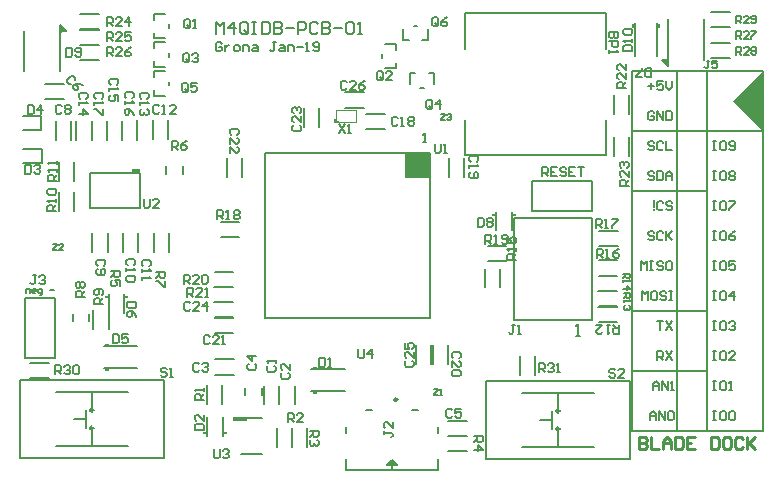
<source format=gto>
G04*
G04 #@! TF.GenerationSoftware,Altium Limited,Altium Designer,18.1.9 (240)*
G04*
G04 Layer_Color=65535*
%FSLAX24Y24*%
%MOIN*%
G70*
G01*
G75*
%ADD10C,0.0100*%
%ADD11C,0.0098*%
%ADD12C,0.0070*%
%ADD13C,0.0080*%
%ADD14C,0.0079*%
%ADD15C,0.0020*%
%ADD16C,0.0050*%
%ADD17C,0.0060*%
%ADD18R,0.0116X0.0118*%
%ADD19R,0.0119X0.0118*%
%ADD20R,0.0768X0.0787*%
%ADD21R,0.0138X0.0108*%
%ADD22R,0.0069X0.0180*%
%ADD23R,0.0180X0.0069*%
%ADD24R,0.0510X0.0150*%
%ADD25R,0.0118X0.0119*%
%ADD26R,0.0118X0.0116*%
%ADD27R,0.0310X0.0170*%
G36*
X24862Y13002D02*
Y10994D01*
X23848Y11998D01*
X24862Y13002D01*
D02*
G37*
D10*
X18070Y1655D02*
G03*
X18070Y1655I-50J0D01*
G01*
Y1055D02*
G03*
X18070Y1055I-50J0D01*
G01*
X2530Y1685D02*
G03*
X2530Y1685I-50J0D01*
G01*
X2530Y1085D02*
G03*
X2530Y1085I-50J0D01*
G01*
X20728Y803D02*
Y404D01*
X20928D01*
X20995Y470D01*
Y537D01*
X20928Y603D01*
X20728D01*
X20928D01*
X20995Y670D01*
Y737D01*
X20928Y803D01*
X20728D01*
X21128D02*
Y404D01*
X21395D01*
X21528D02*
Y670D01*
X21661Y803D01*
X21795Y670D01*
Y404D01*
Y603D01*
X21528D01*
X21928Y803D02*
Y404D01*
X22128D01*
X22195Y470D01*
Y737D01*
X22128Y803D01*
X21928D01*
X22594D02*
X22328D01*
Y404D01*
X22594D01*
X22328Y603D02*
X22461D01*
X23128Y803D02*
Y404D01*
X23328D01*
X23394Y470D01*
Y737D01*
X23328Y803D01*
X23128D01*
X23727D02*
X23594D01*
X23527Y737D01*
Y470D01*
X23594Y404D01*
X23727D01*
X23794Y470D01*
Y737D01*
X23727Y803D01*
X24194Y737D02*
X24127Y803D01*
X23994D01*
X23927Y737D01*
Y470D01*
X23994Y404D01*
X24127D01*
X24194Y470D01*
X24327Y803D02*
Y404D01*
Y537D01*
X24594Y803D01*
X24394Y603D01*
X24594Y404D01*
D11*
X12669Y2035D02*
G03*
X12669Y2035I-49J0D01*
G01*
D12*
X14908Y10188D02*
Y11369D01*
X19632Y10188D02*
Y11369D01*
Y13731D02*
Y14912D01*
X14908Y13731D02*
Y14912D01*
Y10188D02*
X19632D01*
X14908Y14912D02*
X19632D01*
X10915Y12276D02*
X11545D01*
X10915Y11764D02*
X11545D01*
X1886Y9315D02*
Y9945D01*
X1374Y9315D02*
Y9945D01*
X1886Y8325D02*
Y8955D01*
X1374Y8325D02*
Y8955D01*
X3046Y4385D02*
Y5015D01*
X2534Y4385D02*
Y5015D01*
X4544Y6945D02*
Y7575D01*
X5056Y6945D02*
Y7575D01*
X3526Y6945D02*
Y7575D01*
X3014Y6945D02*
Y7575D01*
X2986Y10705D02*
Y11335D01*
X2474Y10705D02*
Y11335D01*
X4006Y10705D02*
Y11335D01*
X3494Y10705D02*
Y11335D01*
X3496Y10705D02*
Y11335D01*
X2984Y10705D02*
Y11335D01*
X1964Y10705D02*
Y11335D01*
X2476Y10705D02*
Y11335D01*
X4004Y10715D02*
Y11345D01*
X4516Y10715D02*
Y11345D01*
X4514Y10715D02*
Y11345D01*
X5026Y10715D02*
Y11345D01*
X3016Y6945D02*
Y7575D01*
X2504Y6945D02*
Y7575D01*
X1796Y10705D02*
Y11335D01*
X1284Y10705D02*
Y11335D01*
X4546Y6945D02*
Y7575D01*
X4034Y6945D02*
Y7575D01*
X4036Y6945D02*
Y7575D01*
X3524Y6945D02*
Y7575D01*
X21630Y13269D02*
Y13349D01*
X21670Y13389D01*
X21490Y13369D02*
X21649D01*
X21490D02*
X21685Y13174D01*
Y13349D01*
X22885Y14709D02*
X22885Y13349D01*
X21685D02*
Y14709D01*
X21590Y13309D02*
X21610D01*
X1490Y14341D02*
Y14421D01*
X1450Y14301D02*
X1490Y14341D01*
X1471Y14321D02*
X1630D01*
X1435Y14516D02*
X1630Y14321D01*
X1435Y14341D02*
Y14516D01*
X235Y12981D02*
Y14341D01*
X1435Y12981D02*
Y14341D01*
X1510Y14381D02*
X1530D01*
X17420Y1355D02*
X17820D01*
Y1055D02*
Y1655D01*
X18020Y455D02*
Y1055D01*
Y1655D02*
Y2255D01*
X16820Y2255D02*
X19220Y2255D01*
X16820Y455D02*
X19220D01*
X15620Y55D02*
X20420Y55D01*
X15620Y55D02*
Y2655D01*
X20420D01*
X20420Y55D01*
X1880Y1385D02*
X2280D01*
Y1085D02*
Y1685D01*
X2480Y485D02*
Y1085D01*
X2480Y1685D02*
Y2285D01*
X1280D02*
X3680D01*
X1280Y485D02*
X3680D01*
X80Y85D02*
X4880D01*
X80D02*
Y2685D01*
X4880D01*
Y85D02*
Y2685D01*
X23125Y14444D02*
X23755D01*
X23125Y14956D02*
X23755D01*
X23125Y13424D02*
X23755D01*
X23125Y13936D02*
X23755D01*
X23125Y13934D02*
X23755D01*
X23125Y14446D02*
X23755D01*
X2095Y13354D02*
X2725D01*
X2095Y13866D02*
X2725D01*
X2095Y13864D02*
X2725D01*
X2095Y14376D02*
X2725D01*
X2095Y14374D02*
X2725D01*
X2095Y14886D02*
X2725D01*
X16754Y2855D02*
Y3485D01*
X17266Y2855D02*
Y3485D01*
X415Y3266D02*
X1045D01*
X415Y2754D02*
X1045D01*
X12262Y13077D02*
X12636Y13077D01*
X12636Y13077D02*
Y13273D01*
X12636Y13707D02*
Y13903D01*
X12144Y13431D02*
Y13549D01*
X12262Y13903D02*
X12636Y13903D01*
X4564Y14903D02*
X4938Y14903D01*
X4564Y14707D02*
Y14903D01*
X4564Y14077D02*
Y14273D01*
X5056Y14431D02*
Y14549D01*
X4564Y14077D02*
X4938Y14077D01*
X13903Y12552D02*
X13903Y12926D01*
X13707Y12926D02*
X13903D01*
X13077Y12926D02*
X13273D01*
X13431Y12434D02*
X13549D01*
X13077Y12552D02*
X13077Y12926D01*
X4564Y13943D02*
X4938Y13943D01*
X4564Y13747D02*
Y13943D01*
X4564Y13117D02*
Y13313D01*
X5056Y13471D02*
Y13589D01*
X4564Y13117D02*
X4938Y13117D01*
X12857Y14014D02*
X12857Y14388D01*
X12857Y14014D02*
X13053D01*
X13487Y14014D02*
X13683D01*
X13211Y14506D02*
X13329D01*
X13683Y14014D02*
X13683Y14388D01*
X4564Y12993D02*
X4938Y12993D01*
X4564Y12797D02*
Y12993D01*
X4564Y12167D02*
Y12363D01*
X5056Y12521D02*
Y12639D01*
X4564Y12167D02*
X4938Y12167D01*
X9554Y11115D02*
Y11745D01*
X10066Y11115D02*
Y11745D01*
X6994Y9454D02*
Y10084D01*
X7506Y9454D02*
Y10084D01*
X6575Y4264D02*
X7205D01*
X6575Y4776D02*
X7205D01*
X14366Y3225D02*
Y3855D01*
X13854Y3225D02*
Y3855D01*
X14896Y9455D02*
Y10085D01*
X14384Y9455D02*
Y10085D01*
X11625Y11566D02*
X12255D01*
X11625Y11054D02*
X12255D01*
X19375Y5644D02*
X20005D01*
X19375Y6156D02*
X20005D01*
X19365Y5134D02*
X19995D01*
X19365Y5646D02*
X19995D01*
X19375Y4634D02*
X20005D01*
X19375Y5146D02*
X20005D01*
X16086Y5775D02*
Y6405D01*
X15574Y5775D02*
Y6405D01*
X19375Y6676D02*
X20005D01*
X19375Y6164D02*
X20005D01*
X6575Y4774D02*
X7205D01*
X6575Y5286D02*
X7205D01*
X13284Y3225D02*
Y3855D01*
X13796Y3225D02*
Y3855D01*
X19395Y7144D02*
X20025D01*
X19395Y7656D02*
X20025D01*
X8244Y4744D02*
X13756D01*
X8244D02*
Y10256D01*
X13756D01*
Y4744D02*
Y10256D01*
X12968Y9469D02*
X13756D01*
X12968D02*
Y10256D01*
X6775Y7966D02*
X7405D01*
X6775Y7454D02*
X7405D01*
X15675Y6644D02*
X16305D01*
X15675Y7156D02*
X16305D01*
X15964Y7675D02*
Y8305D01*
X16476Y7675D02*
Y8305D01*
X6565Y5796D02*
X7195Y5796D01*
X6565Y5284D02*
X7195D01*
X6575Y6306D02*
X7205D01*
X6575Y5794D02*
X7205D01*
X20500Y3000D02*
X23000D01*
X20500Y5000D02*
X23000D01*
X20500Y9000D02*
X23000D01*
X20482Y1000D02*
Y13000D01*
X20500Y1000D02*
X24862D01*
X22000D02*
Y13000D01*
X20500Y13000D02*
X24862Y13002D01*
X20500Y11000D02*
X24862D01*
X23000Y1000D02*
Y13000D01*
X24862Y1000D02*
Y13002D01*
X20406Y10165D02*
Y10795D01*
X19894Y10165D02*
Y10795D01*
Y11565D02*
Y12195D01*
X20406Y11565D02*
Y12195D01*
X8214Y1875D02*
Y2505D01*
X8726Y1875D02*
Y2505D01*
X9156Y445D02*
Y1075D01*
X8644Y445D02*
Y1075D01*
X6585Y2874D02*
X7215D01*
X6585Y3386D02*
X7215D01*
X6836Y1885D02*
Y2515D01*
X6324Y1885D02*
Y2515D01*
X9246Y1875D02*
Y2505D01*
X8734Y1875D02*
Y2505D01*
X12381Y-72D02*
X12560D01*
X12313Y-140D02*
X12667D01*
X12490Y38D02*
X12667Y-140D01*
X12313D02*
X12490Y38D01*
Y-307D02*
Y38D01*
X12560Y-72D02*
X12569Y-81D01*
X10955Y-323D02*
X14025D01*
X10955Y-317D02*
Y51D01*
X14025Y-323D02*
Y51D01*
Y940D02*
Y1137D01*
X13159Y1688D02*
X13360D01*
X10955Y940D02*
Y1137D01*
X11620Y1688D02*
X11821D01*
X9666Y445D02*
Y1075D01*
X9154Y445D02*
Y1075D01*
X6846Y815D02*
Y1445D01*
X6334Y815D02*
Y1445D01*
X14365Y826D02*
X14995D01*
X14365Y314D02*
X14995D01*
X14365Y1336D02*
X14995D01*
X14365Y824D02*
X14995D01*
X935Y12054D02*
X1565D01*
X935Y12566D02*
X1565D01*
X3054Y4915D02*
Y5545D01*
X3566Y4915D02*
Y5545D01*
X6620Y14210D02*
Y14610D01*
X6753Y14477D01*
X6887Y14610D01*
Y14210D01*
X7220D02*
Y14610D01*
X7020Y14410D01*
X7286D01*
X7686Y14277D02*
Y14543D01*
X7620Y14610D01*
X7486D01*
X7420Y14543D01*
Y14277D01*
X7486Y14210D01*
X7620D01*
X7553Y14343D02*
X7686Y14210D01*
X7620D02*
X7686Y14277D01*
X7820Y14610D02*
X7953D01*
X7886D01*
Y14210D01*
X7820D01*
X7953D01*
X8153Y14610D02*
Y14210D01*
X8353D01*
X8419Y14277D01*
Y14543D01*
X8353Y14610D01*
X8153D01*
X8553D02*
Y14210D01*
X8753D01*
X8819Y14277D01*
Y14343D01*
X8753Y14410D01*
X8553D01*
X8753D01*
X8819Y14477D01*
Y14543D01*
X8753Y14610D01*
X8553D01*
X8953Y14410D02*
X9219D01*
X9352Y14210D02*
Y14610D01*
X9552D01*
X9619Y14543D01*
Y14410D01*
X9552Y14343D01*
X9352D01*
X10019Y14543D02*
X9952Y14610D01*
X9819D01*
X9752Y14543D01*
Y14277D01*
X9819Y14210D01*
X9952D01*
X10019Y14277D01*
X10152Y14610D02*
Y14210D01*
X10352D01*
X10419Y14277D01*
Y14343D01*
X10352Y14410D01*
X10152D01*
X10352D01*
X10419Y14477D01*
Y14543D01*
X10352Y14610D01*
X10152D01*
X10552Y14410D02*
X10819D01*
X10952Y14543D02*
X11019Y14610D01*
X11152D01*
X11219Y14543D01*
Y14277D01*
X11152Y14210D01*
X11019D01*
X10952Y14277D01*
Y14543D01*
X11352Y14210D02*
X11485D01*
X11418D01*
Y14610D01*
X11352Y14543D01*
X6820Y13900D02*
X6770Y13950D01*
X6670D01*
X6620Y13900D01*
Y13700D01*
X6670Y13650D01*
X6770D01*
X6820Y13700D01*
Y13800D01*
X6720D01*
X6920Y13850D02*
Y13650D01*
Y13750D01*
X6970Y13800D01*
X7020Y13850D01*
X7070D01*
X7270Y13650D02*
X7370D01*
X7420Y13700D01*
Y13800D01*
X7370Y13850D01*
X7270D01*
X7220Y13800D01*
Y13700D01*
X7270Y13650D01*
X7520D02*
Y13850D01*
X7670D01*
X7720Y13800D01*
Y13650D01*
X7870Y13850D02*
X7970D01*
X8020Y13800D01*
Y13650D01*
X7870D01*
X7820Y13700D01*
X7870Y13750D01*
X8020D01*
X8619Y13950D02*
X8519D01*
X8569D01*
Y13700D01*
X8519Y13650D01*
X8469D01*
X8419Y13700D01*
X8769Y13850D02*
X8869D01*
X8919Y13800D01*
Y13650D01*
X8769D01*
X8719Y13700D01*
X8769Y13750D01*
X8919D01*
X9019Y13650D02*
Y13850D01*
X9169D01*
X9219Y13800D01*
Y13650D01*
X9319Y13800D02*
X9519D01*
X9619Y13650D02*
X9719D01*
X9669D01*
Y13950D01*
X9619Y13900D01*
X9869Y13700D02*
X9919Y13650D01*
X10019D01*
X10069Y13700D01*
Y13900D01*
X10019Y13950D01*
X9919D01*
X9869Y13900D01*
Y13850D01*
X9919Y13800D01*
X10069D01*
X23174Y10642D02*
X23274D01*
X23224D01*
Y10343D01*
X23174D01*
X23274D01*
X23574Y10642D02*
X23474D01*
X23424Y10592D01*
Y10393D01*
X23474Y10343D01*
X23574D01*
X23624Y10393D01*
Y10592D01*
X23574Y10642D01*
X23724Y10393D02*
X23774Y10343D01*
X23874D01*
X23924Y10393D01*
Y10592D01*
X23874Y10642D01*
X23774D01*
X23724Y10592D01*
Y10542D01*
X23774Y10492D01*
X23924D01*
X23174Y9642D02*
X23274D01*
X23224D01*
Y9343D01*
X23174D01*
X23274D01*
X23574Y9642D02*
X23474D01*
X23424Y9592D01*
Y9392D01*
X23474Y9343D01*
X23574D01*
X23624Y9392D01*
Y9592D01*
X23574Y9642D01*
X23724Y9592D02*
X23774Y9642D01*
X23874D01*
X23924Y9592D01*
Y9542D01*
X23874Y9492D01*
X23924Y9442D01*
Y9392D01*
X23874Y9343D01*
X23774D01*
X23724Y9392D01*
Y9442D01*
X23774Y9492D01*
X23724Y9542D01*
Y9592D01*
X23774Y9492D02*
X23874D01*
X23174Y8642D02*
X23274D01*
X23224D01*
Y8343D01*
X23174D01*
X23274D01*
X23574Y8642D02*
X23474D01*
X23424Y8592D01*
Y8393D01*
X23474Y8343D01*
X23574D01*
X23624Y8393D01*
Y8592D01*
X23574Y8642D01*
X23724D02*
X23924D01*
Y8592D01*
X23724Y8393D01*
Y8343D01*
X23174Y7642D02*
X23274D01*
X23224D01*
Y7343D01*
X23174D01*
X23274D01*
X23574Y7642D02*
X23474D01*
X23424Y7592D01*
Y7393D01*
X23474Y7343D01*
X23574D01*
X23624Y7393D01*
Y7592D01*
X23574Y7642D01*
X23924D02*
X23824Y7592D01*
X23724Y7492D01*
Y7393D01*
X23774Y7343D01*
X23874D01*
X23924Y7393D01*
Y7442D01*
X23874Y7492D01*
X23724D01*
X23174Y6642D02*
X23274D01*
X23224D01*
Y6343D01*
X23174D01*
X23274D01*
X23574Y6642D02*
X23474D01*
X23424Y6592D01*
Y6392D01*
X23474Y6343D01*
X23574D01*
X23624Y6392D01*
Y6592D01*
X23574Y6642D01*
X23924D02*
X23724D01*
Y6492D01*
X23824Y6542D01*
X23874D01*
X23924Y6492D01*
Y6392D01*
X23874Y6343D01*
X23774D01*
X23724Y6392D01*
X23174Y5642D02*
X23274D01*
X23224D01*
Y5343D01*
X23174D01*
X23274D01*
X23574Y5642D02*
X23474D01*
X23424Y5592D01*
Y5393D01*
X23474Y5343D01*
X23574D01*
X23624Y5393D01*
Y5592D01*
X23574Y5642D01*
X23874Y5343D02*
Y5642D01*
X23724Y5492D01*
X23924D01*
X23174Y4642D02*
X23274D01*
X23224D01*
Y4343D01*
X23174D01*
X23274D01*
X23574Y4642D02*
X23474D01*
X23424Y4592D01*
Y4392D01*
X23474Y4343D01*
X23574D01*
X23624Y4392D01*
Y4592D01*
X23574Y4642D01*
X23724Y4592D02*
X23774Y4642D01*
X23874D01*
X23924Y4592D01*
Y4542D01*
X23874Y4492D01*
X23824D01*
X23874D01*
X23924Y4442D01*
Y4392D01*
X23874Y4343D01*
X23774D01*
X23724Y4392D01*
X23174Y3642D02*
X23274D01*
X23224D01*
Y3343D01*
X23174D01*
X23274D01*
X23574Y3642D02*
X23474D01*
X23424Y3592D01*
Y3392D01*
X23474Y3343D01*
X23574D01*
X23624Y3392D01*
Y3592D01*
X23574Y3642D01*
X23924Y3343D02*
X23724D01*
X23924Y3542D01*
Y3592D01*
X23874Y3642D01*
X23774D01*
X23724Y3592D01*
X23174Y2642D02*
X23274D01*
X23224D01*
Y2343D01*
X23174D01*
X23274D01*
X23574Y2642D02*
X23474D01*
X23424Y2592D01*
Y2393D01*
X23474Y2343D01*
X23574D01*
X23624Y2393D01*
Y2592D01*
X23574Y2642D01*
X23724Y2343D02*
X23824D01*
X23774D01*
Y2642D01*
X23724Y2592D01*
X23174Y1642D02*
X23274D01*
X23224D01*
Y1343D01*
X23174D01*
X23274D01*
X23574Y1642D02*
X23474D01*
X23424Y1592D01*
Y1392D01*
X23474Y1343D01*
X23574D01*
X23624Y1392D01*
Y1592D01*
X23574Y1642D01*
X23724Y1592D02*
X23774Y1642D01*
X23874D01*
X23924Y1592D01*
Y1392D01*
X23874Y1343D01*
X23774D01*
X23724Y1392D01*
Y1592D01*
X21037Y12492D02*
X21237D01*
X21137Y12592D02*
Y12392D01*
X21537Y12642D02*
X21337D01*
Y12492D01*
X21437Y12542D01*
X21487D01*
X21537Y12492D01*
Y12392D01*
X21487Y12343D01*
X21387D01*
X21337Y12392D01*
X21637Y12642D02*
Y12442D01*
X21737Y12343D01*
X21837Y12442D01*
Y12642D01*
X21237Y11592D02*
X21187Y11642D01*
X21087D01*
X21037Y11592D01*
Y11393D01*
X21087Y11343D01*
X21187D01*
X21237Y11393D01*
Y11492D01*
X21137D01*
X21337Y11343D02*
Y11642D01*
X21537Y11343D01*
Y11642D01*
X21637D02*
Y11343D01*
X21787D01*
X21837Y11393D01*
Y11592D01*
X21787Y11642D01*
X21637D01*
X21237Y10592D02*
X21187Y10642D01*
X21087D01*
X21037Y10592D01*
Y10542D01*
X21087Y10492D01*
X21187D01*
X21237Y10442D01*
Y10393D01*
X21187Y10343D01*
X21087D01*
X21037Y10393D01*
X21537Y10592D02*
X21487Y10642D01*
X21387D01*
X21337Y10592D01*
Y10393D01*
X21387Y10343D01*
X21487D01*
X21537Y10393D01*
X21637Y10642D02*
Y10343D01*
X21837D01*
X21237Y9592D02*
X21187Y9642D01*
X21087D01*
X21037Y9592D01*
Y9542D01*
X21087Y9492D01*
X21187D01*
X21237Y9442D01*
Y9392D01*
X21187Y9343D01*
X21087D01*
X21037Y9392D01*
X21337Y9642D02*
Y9343D01*
X21487D01*
X21537Y9392D01*
Y9592D01*
X21487Y9642D01*
X21337D01*
X21637Y9343D02*
Y9542D01*
X21737Y9642D01*
X21837Y9542D01*
Y9343D01*
Y9492D01*
X21637D01*
X21237Y8442D02*
Y8692D01*
Y8393D02*
Y8343D01*
X21537Y8592D02*
X21487Y8642D01*
X21387D01*
X21337Y8592D01*
Y8393D01*
X21387Y8343D01*
X21487D01*
X21537Y8393D01*
X21837Y8592D02*
X21787Y8642D01*
X21687D01*
X21637Y8592D01*
Y8542D01*
X21687Y8492D01*
X21787D01*
X21837Y8442D01*
Y8393D01*
X21787Y8343D01*
X21687D01*
X21637Y8393D01*
X21237Y7592D02*
X21187Y7642D01*
X21087D01*
X21037Y7592D01*
Y7542D01*
X21087Y7492D01*
X21187D01*
X21237Y7442D01*
Y7393D01*
X21187Y7343D01*
X21087D01*
X21037Y7393D01*
X21537Y7592D02*
X21487Y7642D01*
X21387D01*
X21337Y7592D01*
Y7393D01*
X21387Y7343D01*
X21487D01*
X21537Y7393D01*
X21637Y7642D02*
Y7343D01*
Y7442D01*
X21837Y7642D01*
X21687Y7492D01*
X21837Y7343D01*
X20787Y6343D02*
Y6642D01*
X20887Y6542D01*
X20987Y6642D01*
Y6343D01*
X21087Y6642D02*
X21187D01*
X21137D01*
Y6343D01*
X21087D01*
X21187D01*
X21537Y6592D02*
X21487Y6642D01*
X21387D01*
X21337Y6592D01*
Y6542D01*
X21387Y6492D01*
X21487D01*
X21537Y6442D01*
Y6392D01*
X21487Y6343D01*
X21387D01*
X21337Y6392D01*
X21787Y6642D02*
X21687D01*
X21637Y6592D01*
Y6392D01*
X21687Y6343D01*
X21787D01*
X21837Y6392D01*
Y6592D01*
X21787Y6642D01*
X20837Y5343D02*
Y5642D01*
X20937Y5542D01*
X21037Y5642D01*
Y5343D01*
X21287Y5642D02*
X21187D01*
X21137Y5592D01*
Y5393D01*
X21187Y5343D01*
X21287D01*
X21337Y5393D01*
Y5592D01*
X21287Y5642D01*
X21637Y5592D02*
X21587Y5642D01*
X21487D01*
X21437Y5592D01*
Y5542D01*
X21487Y5492D01*
X21587D01*
X21637Y5442D01*
Y5393D01*
X21587Y5343D01*
X21487D01*
X21437Y5393D01*
X21737Y5642D02*
X21837D01*
X21787D01*
Y5343D01*
X21737D01*
X21837D01*
X21337Y4642D02*
X21537D01*
X21437D01*
Y4343D01*
X21637Y4642D02*
X21837Y4343D01*
Y4642D02*
X21637Y4343D01*
X21337Y3343D02*
Y3642D01*
X21487D01*
X21537Y3592D01*
Y3492D01*
X21487Y3442D01*
X21337D01*
X21437D02*
X21537Y3343D01*
X21637Y3642D02*
X21837Y3343D01*
Y3642D02*
X21637Y3343D01*
X21187Y2343D02*
Y2542D01*
X21287Y2642D01*
X21387Y2542D01*
Y2343D01*
Y2492D01*
X21187D01*
X21487Y2343D02*
Y2642D01*
X21687Y2343D01*
Y2642D01*
X21787Y2343D02*
X21887D01*
X21837D01*
Y2642D01*
X21787Y2592D01*
X21087Y1343D02*
Y1542D01*
X21187Y1642D01*
X21287Y1542D01*
Y1343D01*
Y1492D01*
X21087D01*
X21387Y1343D02*
Y1642D01*
X21587Y1343D01*
Y1642D01*
X21687Y1592D02*
X21737Y1642D01*
X21837D01*
X21887Y1592D01*
Y1392D01*
X21837Y1343D01*
X21737D01*
X21687Y1392D01*
Y1592D01*
D13*
X270Y3420D02*
X1270D01*
X270D02*
Y5420D01*
X1270D01*
Y3420D02*
Y5420D01*
X21316Y14359D02*
X21316Y14398D01*
X21316Y13484D02*
X21316Y14604D01*
X20606Y13484D02*
Y14604D01*
X19150Y8330D02*
Y9330D01*
X17150Y8330D02*
X19150D01*
X17150D02*
Y9330D01*
X19150D01*
X20500Y5000D02*
X23000D01*
X7464Y216D02*
X8173D01*
X7464Y1436D02*
X8173D01*
X9806Y2336D02*
X10926D01*
X9806Y3046D02*
X10926Y3046D01*
X10012Y3046D02*
X10051Y3046D01*
X2886Y3106D02*
X4006D01*
X2886Y3816D02*
X4006Y3816D01*
X3092Y3816D02*
X3131Y3816D01*
D14*
X16558Y4678D02*
X19157D01*
Y8103D01*
X16558Y4678D02*
Y8103D01*
X19157D01*
X8147Y2196D02*
Y2432D01*
X7596Y2196D02*
Y2432D01*
X4973Y9573D02*
Y9809D01*
X5524Y9573D02*
Y9809D01*
X2397Y4656D02*
Y4892D01*
X1846Y4656D02*
Y4892D01*
X18620Y4150D02*
X18751D01*
X18686D01*
Y4544D01*
X18620Y4478D01*
D15*
X11281Y11303D02*
Y11697D01*
X10619Y11303D02*
X11281Y11303D01*
X10619Y11697D02*
X11281D01*
X10619Y11303D02*
Y11697D01*
D16*
X180Y11490D02*
X800D01*
X800Y11030D02*
X800Y11490D01*
X180Y11030D02*
X800D01*
X190Y10395D02*
X810D01*
X810Y9935D02*
X810Y10395D01*
X190Y9935D02*
X810D01*
X2410Y8420D02*
X4090D01*
Y9580D01*
X2410Y8420D02*
Y9580D01*
X4090D01*
X290Y5590D02*
Y5723D01*
X390D01*
X423Y5690D01*
Y5590D01*
X590D02*
X523D01*
X490Y5623D01*
Y5690D01*
X523Y5723D01*
X590D01*
X623Y5690D01*
Y5657D01*
X490D01*
X757Y5523D02*
X790D01*
X823Y5557D01*
Y5723D01*
X723D01*
X690Y5690D01*
Y5623D01*
X723Y5590D01*
X823D01*
X1090Y5690D02*
X1223D01*
D17*
X13530Y10620D02*
X13630D01*
X13580D01*
Y10920D01*
X13530Y10870D01*
X14120Y11560D02*
X14253D01*
Y11527D01*
X14120Y11393D01*
Y11360D01*
X14253D01*
X14320Y11527D02*
X14353Y11560D01*
X14420D01*
X14453Y11527D01*
Y11493D01*
X14420Y11460D01*
X14387D01*
X14420D01*
X14453Y11427D01*
Y11393D01*
X14420Y11360D01*
X14353D01*
X14320Y11393D01*
X1180Y7220D02*
X1313D01*
Y7187D01*
X1180Y7053D01*
Y7020D01*
X1313D01*
X1513D02*
X1380D01*
X1513Y7153D01*
Y7187D01*
X1480Y7220D01*
X1413D01*
X1380Y7187D01*
X13900Y2390D02*
X14033D01*
Y2357D01*
X13900Y2223D01*
Y2190D01*
X14033D01*
X14100D02*
X14167D01*
X14133D01*
Y2390D01*
X14100Y2357D01*
X10710Y11210D02*
X10910Y10910D01*
Y11210D02*
X10710Y10910D01*
X11010D02*
X11110D01*
X11060D01*
Y11210D01*
X11010Y11160D01*
X11360Y3720D02*
Y3470D01*
X11410Y3420D01*
X11510D01*
X11560Y3470D01*
Y3720D01*
X11810Y3420D02*
Y3720D01*
X11660Y3570D01*
X11860D01*
X6550Y390D02*
Y140D01*
X6600Y90D01*
X6700D01*
X6750Y140D01*
Y390D01*
X6850Y340D02*
X6900Y390D01*
X7000D01*
X7050Y340D01*
Y290D01*
X7000Y240D01*
X6950D01*
X7000D01*
X7050Y190D01*
Y140D01*
X7000Y90D01*
X6900D01*
X6850Y140D01*
X4210Y8740D02*
Y8490D01*
X4260Y8440D01*
X4360D01*
X4410Y8490D01*
Y8740D01*
X4710Y8440D02*
X4510D01*
X4710Y8640D01*
Y8690D01*
X4660Y8740D01*
X4560D01*
X4510Y8690D01*
X13920Y10560D02*
Y10310D01*
X13970Y10260D01*
X14070D01*
X14120Y10310D01*
Y10560D01*
X14220Y10260D02*
X14320D01*
X14270D01*
Y10560D01*
X14220Y10510D01*
X19940Y3020D02*
X19890Y3070D01*
X19790D01*
X19740Y3020D01*
Y2970D01*
X19790Y2920D01*
X19890D01*
X19940Y2870D01*
Y2820D01*
X19890Y2770D01*
X19790D01*
X19740Y2820D01*
X20240Y2770D02*
X20040D01*
X20240Y2970D01*
Y3020D01*
X20190Y3070D01*
X20090D01*
X20040Y3020D01*
X4990Y3050D02*
X4940Y3100D01*
X4840D01*
X4790Y3050D01*
Y3000D01*
X4840Y2950D01*
X4940D01*
X4990Y2900D01*
Y2850D01*
X4940Y2800D01*
X4840D01*
X4790Y2850D01*
X5090Y2800D02*
X5190D01*
X5140D01*
Y3100D01*
X5090Y3050D01*
X17380Y2950D02*
Y3250D01*
X17530D01*
X17580Y3200D01*
Y3100D01*
X17530Y3050D01*
X17380D01*
X17480D02*
X17580Y2950D01*
X17680Y3200D02*
X17730Y3250D01*
X17830D01*
X17880Y3200D01*
Y3150D01*
X17830Y3100D01*
X17780D01*
X17830D01*
X17880Y3050D01*
Y3000D01*
X17830Y2950D01*
X17730D01*
X17680Y3000D01*
X17980Y2950D02*
X18080D01*
X18030D01*
Y3250D01*
X17980Y3200D01*
X1260Y2890D02*
Y3190D01*
X1410D01*
X1460Y3140D01*
Y3040D01*
X1410Y2990D01*
X1260D01*
X1360D02*
X1460Y2890D01*
X1560Y3140D02*
X1610Y3190D01*
X1710D01*
X1760Y3140D01*
Y3090D01*
X1710Y3040D01*
X1660D01*
X1710D01*
X1760Y2990D01*
Y2940D01*
X1710Y2890D01*
X1610D01*
X1560Y2940D01*
X1860Y3140D02*
X1910Y3190D01*
X2010D01*
X2060Y3140D01*
Y2940D01*
X2010Y2890D01*
X1910D01*
X1860Y2940D01*
Y3140D01*
X23960Y14590D02*
Y14840D01*
X24085D01*
X24127Y14798D01*
Y14715D01*
X24085Y14673D01*
X23960D01*
X24043D02*
X24127Y14590D01*
X24377D02*
X24210D01*
X24377Y14757D01*
Y14798D01*
X24335Y14840D01*
X24252D01*
X24210Y14798D01*
X24460Y14632D02*
X24501Y14590D01*
X24585D01*
X24626Y14632D01*
Y14798D01*
X24585Y14840D01*
X24501D01*
X24460Y14798D01*
Y14757D01*
X24501Y14715D01*
X24626D01*
X23970Y13540D02*
Y13790D01*
X24095D01*
X24137Y13748D01*
Y13665D01*
X24095Y13623D01*
X23970D01*
X24053D02*
X24137Y13540D01*
X24387D02*
X24220D01*
X24387Y13707D01*
Y13748D01*
X24345Y13790D01*
X24262D01*
X24220Y13748D01*
X24470D02*
X24511Y13790D01*
X24595D01*
X24636Y13748D01*
Y13707D01*
X24595Y13665D01*
X24636Y13623D01*
Y13582D01*
X24595Y13540D01*
X24511D01*
X24470Y13582D01*
Y13623D01*
X24511Y13665D01*
X24470Y13707D01*
Y13748D01*
X24511Y13665D02*
X24595D01*
X23960Y14070D02*
Y14320D01*
X24085D01*
X24127Y14278D01*
Y14195D01*
X24085Y14153D01*
X23960D01*
X24043D02*
X24127Y14070D01*
X24377D02*
X24210D01*
X24377Y14237D01*
Y14278D01*
X24335Y14320D01*
X24252D01*
X24210Y14278D01*
X24460Y14320D02*
X24626D01*
Y14278D01*
X24460Y14112D01*
Y14070D01*
X2980Y13480D02*
Y13780D01*
X3130D01*
X3180Y13730D01*
Y13630D01*
X3130Y13580D01*
X2980D01*
X3080D02*
X3180Y13480D01*
X3480D02*
X3280D01*
X3480Y13680D01*
Y13730D01*
X3430Y13780D01*
X3330D01*
X3280Y13730D01*
X3780Y13780D02*
X3680Y13730D01*
X3580Y13630D01*
Y13530D01*
X3630Y13480D01*
X3730D01*
X3780Y13530D01*
Y13580D01*
X3730Y13630D01*
X3580D01*
X2990Y13990D02*
Y14290D01*
X3140D01*
X3190Y14240D01*
Y14140D01*
X3140Y14090D01*
X2990D01*
X3090D02*
X3190Y13990D01*
X3490D02*
X3290D01*
X3490Y14190D01*
Y14240D01*
X3440Y14290D01*
X3340D01*
X3290Y14240D01*
X3790Y14290D02*
X3590D01*
Y14140D01*
X3690Y14190D01*
X3740D01*
X3790Y14140D01*
Y14040D01*
X3740Y13990D01*
X3640D01*
X3590Y14040D01*
X2990Y14480D02*
Y14780D01*
X3140D01*
X3190Y14730D01*
Y14630D01*
X3140Y14580D01*
X2990D01*
X3090D02*
X3190Y14480D01*
X3490D02*
X3290D01*
X3490Y14680D01*
Y14730D01*
X3440Y14780D01*
X3340D01*
X3290Y14730D01*
X3740Y14480D02*
Y14780D01*
X3590Y14630D01*
X3790D01*
X20380Y9160D02*
X20080D01*
Y9310D01*
X20130Y9360D01*
X20230D01*
X20280Y9310D01*
Y9160D01*
Y9260D02*
X20380Y9360D01*
Y9660D02*
Y9460D01*
X20180Y9660D01*
X20130D01*
X20080Y9610D01*
Y9510D01*
X20130Y9460D01*
Y9760D02*
X20080Y9810D01*
Y9910D01*
X20130Y9960D01*
X20180D01*
X20230Y9910D01*
Y9860D01*
Y9910D01*
X20280Y9960D01*
X20330D01*
X20380Y9910D01*
Y9810D01*
X20330Y9760D01*
X20300Y12410D02*
X20000D01*
Y12560D01*
X20050Y12610D01*
X20150D01*
X20200Y12560D01*
Y12410D01*
Y12510D02*
X20300Y12610D01*
Y12910D02*
Y12710D01*
X20100Y12910D01*
X20050D01*
X20000Y12860D01*
Y12760D01*
X20050Y12710D01*
X20300Y13210D02*
Y13010D01*
X20100Y13210D01*
X20050D01*
X20000Y13160D01*
Y13060D01*
X20050Y13010D01*
X5670Y5470D02*
Y5770D01*
X5820D01*
X5870Y5720D01*
Y5620D01*
X5820Y5570D01*
X5670D01*
X5770D02*
X5870Y5470D01*
X6170D02*
X5970D01*
X6170Y5670D01*
Y5720D01*
X6120Y5770D01*
X6020D01*
X5970Y5720D01*
X6270Y5470D02*
X6370D01*
X6320D01*
Y5770D01*
X6270Y5720D01*
X5550Y5900D02*
Y6200D01*
X5700D01*
X5750Y6150D01*
Y6050D01*
X5700Y6000D01*
X5550D01*
X5650D02*
X5750Y5900D01*
X6050D02*
X5850D01*
X6050Y6100D01*
Y6150D01*
X6000Y6200D01*
X5900D01*
X5850Y6150D01*
X6150D02*
X6200Y6200D01*
X6300D01*
X6350Y6150D01*
Y5950D01*
X6300Y5900D01*
X6200D01*
X6150Y5950D01*
Y6150D01*
X15600Y7230D02*
Y7530D01*
X15750D01*
X15800Y7480D01*
Y7380D01*
X15750Y7330D01*
X15600D01*
X15700D02*
X15800Y7230D01*
X15900D02*
X16000D01*
X15950D01*
Y7530D01*
X15900Y7480D01*
X16150Y7280D02*
X16200Y7230D01*
X16300D01*
X16350Y7280D01*
Y7480D01*
X16300Y7530D01*
X16200D01*
X16150Y7480D01*
Y7430D01*
X16200Y7380D01*
X16350D01*
X6670Y8050D02*
Y8350D01*
X6820D01*
X6870Y8300D01*
Y8200D01*
X6820Y8150D01*
X6670D01*
X6770D02*
X6870Y8050D01*
X6970D02*
X7070D01*
X7020D01*
Y8350D01*
X6970Y8300D01*
X7220D02*
X7270Y8350D01*
X7370D01*
X7420Y8300D01*
Y8250D01*
X7370Y8200D01*
X7420Y8150D01*
Y8100D01*
X7370Y8050D01*
X7270D01*
X7220Y8100D01*
Y8150D01*
X7270Y8200D01*
X7220Y8250D01*
Y8300D01*
X7270Y8200D02*
X7370D01*
X19290Y7770D02*
Y8070D01*
X19440D01*
X19490Y8020D01*
Y7920D01*
X19440Y7870D01*
X19290D01*
X19390D02*
X19490Y7770D01*
X19590D02*
X19690D01*
X19640D01*
Y8070D01*
X19590Y8020D01*
X19840Y8070D02*
X20040D01*
Y8020D01*
X19840Y7820D01*
Y7770D01*
X19320Y6760D02*
Y7060D01*
X19470D01*
X19520Y7010D01*
Y6910D01*
X19470Y6860D01*
X19320D01*
X19420D02*
X19520Y6760D01*
X19620D02*
X19720D01*
X19670D01*
Y7060D01*
X19620Y7010D01*
X20070Y7060D02*
X19970Y7010D01*
X19870Y6910D01*
Y6810D01*
X19920Y6760D01*
X20020D01*
X20070Y6810D01*
Y6860D01*
X20020Y6910D01*
X19870D01*
X16630Y6700D02*
X16330D01*
Y6850D01*
X16380Y6900D01*
X16480D01*
X16530Y6850D01*
Y6700D01*
Y6800D02*
X16630Y6900D01*
Y7000D02*
Y7100D01*
Y7050D01*
X16330D01*
X16380Y7000D01*
X16330Y7450D02*
Y7250D01*
X16480D01*
X16430Y7350D01*
Y7400D01*
X16480Y7450D01*
X16580D01*
X16630Y7400D01*
Y7300D01*
X16580Y7250D01*
X20200Y6240D02*
X20420D01*
Y6130D01*
X20383Y6093D01*
X20310D01*
X20273Y6130D01*
Y6240D01*
Y6167D02*
X20200Y6093D01*
Y6020D02*
Y5947D01*
Y5983D01*
X20420D01*
X20383Y6020D01*
X20200Y5727D02*
X20420D01*
X20310Y5837D01*
Y5690D01*
X20220Y5580D02*
X20440D01*
Y5470D01*
X20403Y5433D01*
X20330D01*
X20293Y5470D01*
Y5580D01*
Y5507D02*
X20220Y5433D01*
Y5360D02*
Y5287D01*
Y5323D01*
X20440D01*
X20403Y5360D01*
Y5177D02*
X20440Y5140D01*
Y5067D01*
X20403Y5030D01*
X20367D01*
X20330Y5067D01*
Y5103D01*
Y5067D01*
X20293Y5030D01*
X20257D01*
X20220Y5067D01*
Y5140D01*
X20257Y5177D01*
X20050Y4540D02*
Y4240D01*
X19900D01*
X19850Y4290D01*
Y4390D01*
X19900Y4440D01*
X20050D01*
X19950D02*
X19850Y4540D01*
X19750D02*
X19650D01*
X19700D01*
Y4240D01*
X19750Y4290D01*
X19300Y4540D02*
X19500D01*
X19300Y4340D01*
Y4290D01*
X19350Y4240D01*
X19450D01*
X19500Y4290D01*
X1310Y9330D02*
X1010D01*
Y9480D01*
X1060Y9530D01*
X1160D01*
X1210Y9480D01*
Y9330D01*
Y9430D02*
X1310Y9530D01*
Y9630D02*
Y9730D01*
Y9680D01*
X1010D01*
X1060Y9630D01*
X1310Y9880D02*
Y9980D01*
Y9930D01*
X1010D01*
X1060Y9880D01*
X1300Y8320D02*
X1000D01*
Y8470D01*
X1050Y8520D01*
X1150D01*
X1200Y8470D01*
Y8320D01*
Y8420D02*
X1300Y8520D01*
Y8620D02*
Y8720D01*
Y8670D01*
X1000D01*
X1050Y8620D01*
Y8870D02*
X1000Y8920D01*
Y9020D01*
X1050Y9070D01*
X1250D01*
X1300Y9020D01*
Y8920D01*
X1250Y8870D01*
X1050D01*
X2860Y5220D02*
X2560D01*
Y5370D01*
X2610Y5420D01*
X2710D01*
X2760Y5370D01*
Y5220D01*
Y5320D02*
X2860Y5420D01*
X2810Y5520D02*
X2860Y5570D01*
Y5670D01*
X2810Y5720D01*
X2610D01*
X2560Y5670D01*
Y5570D01*
X2610Y5520D01*
X2660D01*
X2710Y5570D01*
Y5720D01*
X2250Y5460D02*
X1950D01*
Y5610D01*
X2000Y5660D01*
X2100D01*
X2150Y5610D01*
Y5460D01*
Y5560D02*
X2250Y5660D01*
X2000Y5760D02*
X1950Y5810D01*
Y5910D01*
X2000Y5960D01*
X2050D01*
X2100Y5910D01*
X2150Y5960D01*
X2200D01*
X2250Y5910D01*
Y5810D01*
X2200Y5760D01*
X2150D01*
X2100Y5810D01*
X2050Y5760D01*
X2000D01*
X2100Y5810D02*
Y5910D01*
X4630Y6300D02*
X4930D01*
Y6150D01*
X4880Y6100D01*
X4780D01*
X4730Y6150D01*
Y6300D01*
Y6200D02*
X4630Y6100D01*
X4930Y6000D02*
Y5800D01*
X4880D01*
X4680Y6000D01*
X4630D01*
X5150Y10360D02*
Y10660D01*
X5300D01*
X5350Y10610D01*
Y10510D01*
X5300Y10460D01*
X5150D01*
X5250D02*
X5350Y10360D01*
X5650Y10660D02*
X5550Y10610D01*
X5450Y10510D01*
Y10410D01*
X5500Y10360D01*
X5600D01*
X5650Y10410D01*
Y10460D01*
X5600Y10510D01*
X5450D01*
X3120Y6320D02*
X3420D01*
Y6170D01*
X3370Y6120D01*
X3270D01*
X3220Y6170D01*
Y6320D01*
Y6220D02*
X3120Y6120D01*
X3420Y5820D02*
Y6020D01*
X3270D01*
X3320Y5920D01*
Y5870D01*
X3270Y5820D01*
X3170D01*
X3120Y5870D01*
Y5970D01*
X3170Y6020D01*
X15210Y820D02*
X15510D01*
Y670D01*
X15460Y620D01*
X15360D01*
X15310Y670D01*
Y820D01*
Y720D02*
X15210Y620D01*
Y370D02*
X15510D01*
X15360Y520D01*
Y320D01*
X9750Y1000D02*
X10050D01*
Y850D01*
X10000Y800D01*
X9900D01*
X9850Y850D01*
Y1000D01*
Y900D02*
X9750Y800D01*
X10000Y700D02*
X10050Y650D01*
Y550D01*
X10000Y500D01*
X9950D01*
X9900Y550D01*
Y600D01*
Y550D01*
X9850Y500D01*
X9800D01*
X9750Y550D01*
Y650D01*
X9800Y700D01*
X9020Y1290D02*
Y1590D01*
X9170D01*
X9220Y1540D01*
Y1440D01*
X9170Y1390D01*
X9020D01*
X9120D02*
X9220Y1290D01*
X9520D02*
X9320D01*
X9520Y1490D01*
Y1540D01*
X9470Y1590D01*
X9370D01*
X9320Y1540D01*
X6220Y2010D02*
X5920D01*
Y2160D01*
X5970Y2210D01*
X6070D01*
X6120Y2160D01*
Y2010D01*
Y2110D02*
X6220Y2210D01*
Y2310D02*
Y2410D01*
Y2360D01*
X5920D01*
X5970Y2310D01*
X14030Y14530D02*
Y14730D01*
X13980Y14780D01*
X13880D01*
X13830Y14730D01*
Y14530D01*
X13880Y14480D01*
X13980D01*
X13930Y14580D02*
X14030Y14480D01*
X13980D02*
X14030Y14530D01*
X14330Y14780D02*
X14230Y14730D01*
X14130Y14630D01*
Y14530D01*
X14180Y14480D01*
X14280D01*
X14330Y14530D01*
Y14580D01*
X14280Y14630D01*
X14130D01*
X5680Y12350D02*
Y12550D01*
X5630Y12600D01*
X5530D01*
X5480Y12550D01*
Y12350D01*
X5530Y12300D01*
X5630D01*
X5580Y12400D02*
X5680Y12300D01*
X5630D02*
X5680Y12350D01*
X5980Y12600D02*
X5780D01*
Y12450D01*
X5880Y12500D01*
X5930D01*
X5980Y12450D01*
Y12350D01*
X5930Y12300D01*
X5830D01*
X5780Y12350D01*
X13834Y11780D02*
Y11980D01*
X13784Y12030D01*
X13684D01*
X13634Y11980D01*
Y11780D01*
X13684Y11730D01*
X13784D01*
X13734Y11830D02*
X13834Y11730D01*
X13784D02*
X13834Y11780D01*
X14084Y11730D02*
Y12030D01*
X13934Y11880D01*
X14134D01*
X5730Y13340D02*
Y13540D01*
X5680Y13590D01*
X5580D01*
X5530Y13540D01*
Y13340D01*
X5580Y13290D01*
X5680D01*
X5630Y13390D02*
X5730Y13290D01*
X5680D02*
X5730Y13340D01*
X5830Y13540D02*
X5880Y13590D01*
X5980D01*
X6030Y13540D01*
Y13490D01*
X5980Y13440D01*
X5930D01*
X5980D01*
X6030Y13390D01*
Y13340D01*
X5980Y13290D01*
X5880D01*
X5830Y13340D01*
X12184Y12730D02*
Y12930D01*
X12134Y12980D01*
X12034D01*
X11984Y12930D01*
Y12730D01*
X12034Y12680D01*
X12134D01*
X12084Y12780D02*
X12184Y12680D01*
X12134D02*
X12184Y12730D01*
X12484Y12680D02*
X12284D01*
X12484Y12880D01*
Y12930D01*
X12434Y12980D01*
X12334D01*
X12284Y12930D01*
X5760Y14470D02*
Y14670D01*
X5710Y14720D01*
X5610D01*
X5560Y14670D01*
Y14470D01*
X5610Y14420D01*
X5710D01*
X5660Y14520D02*
X5760Y14420D01*
X5710D02*
X5760Y14470D01*
X5860Y14420D02*
X5960D01*
X5910D01*
Y14720D01*
X5860Y14670D01*
X23067Y13340D02*
X22983D01*
X23025D01*
Y13132D01*
X22983Y13090D01*
X22942D01*
X22900Y13132D01*
X23317Y13340D02*
X23150D01*
Y13215D01*
X23233Y13257D01*
X23275D01*
X23317Y13215D01*
Y13132D01*
X23275Y13090D01*
X23192D01*
X23150Y13132D01*
X17500Y9480D02*
Y9780D01*
X17650D01*
X17700Y9730D01*
Y9630D01*
X17650Y9580D01*
X17500D01*
X17600D02*
X17700Y9480D01*
X18000Y9780D02*
X17800D01*
Y9480D01*
X18000D01*
X17800Y9630D02*
X17900D01*
X18300Y9730D02*
X18250Y9780D01*
X18150D01*
X18100Y9730D01*
Y9680D01*
X18150Y9630D01*
X18250D01*
X18300Y9580D01*
Y9530D01*
X18250Y9480D01*
X18150D01*
X18100Y9530D01*
X18600Y9780D02*
X18400D01*
Y9480D01*
X18600D01*
X18400Y9630D02*
X18500D01*
X18700Y9780D02*
X18900D01*
X18800D01*
Y9480D01*
X640Y6180D02*
X540D01*
X590D01*
Y5930D01*
X540Y5880D01*
X490D01*
X440Y5930D01*
X740Y6130D02*
X790Y6180D01*
X890D01*
X940Y6130D01*
Y6080D01*
X890Y6030D01*
X840D01*
X890D01*
X940Y5980D01*
Y5930D01*
X890Y5880D01*
X790D01*
X740Y5930D01*
X12220Y980D02*
Y880D01*
Y930D01*
X12470D01*
X12520Y880D01*
Y830D01*
X12470Y780D01*
X12520Y1280D02*
Y1080D01*
X12320Y1280D01*
X12270D01*
X12220Y1230D01*
Y1130D01*
X12270Y1080D01*
X16580Y4540D02*
X16480D01*
X16530D01*
Y4290D01*
X16480Y4240D01*
X16430D01*
X16380Y4290D01*
X16680Y4240D02*
X16780D01*
X16730D01*
Y4540D01*
X16680Y4490D01*
X20200Y13650D02*
X20500D01*
Y13800D01*
X20450Y13850D01*
X20250D01*
X20200Y13800D01*
Y13650D01*
X20500Y13950D02*
Y14050D01*
Y14000D01*
X20200D01*
X20250Y13950D01*
Y14200D02*
X20200Y14250D01*
Y14350D01*
X20250Y14400D01*
X20450D01*
X20500Y14350D01*
Y14250D01*
X20450Y14200D01*
X20250D01*
X1640Y13760D02*
Y13460D01*
X1790D01*
X1840Y13510D01*
Y13710D01*
X1790Y13760D01*
X1640D01*
X1940Y13510D02*
X1990Y13460D01*
X2090D01*
X2140Y13510D01*
Y13710D01*
X2090Y13760D01*
X1990D01*
X1940Y13710D01*
Y13660D01*
X1990Y13610D01*
X2140D01*
X15350Y8104D02*
Y7804D01*
X15500D01*
X15550Y7854D01*
Y8054D01*
X15500Y8104D01*
X15350D01*
X15650Y8054D02*
X15700Y8104D01*
X15800D01*
X15850Y8054D01*
Y8004D01*
X15800Y7954D01*
X15850Y7904D01*
Y7854D01*
X15800Y7804D01*
X15700D01*
X15650Y7854D01*
Y7904D01*
X15700Y7954D01*
X15650Y8004D01*
Y8054D01*
X15700Y7954D02*
X15800D01*
X21130Y12790D02*
Y13090D01*
X20980D01*
X20930Y13040D01*
Y12840D01*
X20980Y12790D01*
X21130D01*
X20830D02*
X20630D01*
Y12840D01*
X20830Y13040D01*
Y13090D01*
X3960Y5290D02*
X3660D01*
Y5140D01*
X3710Y5090D01*
X3910D01*
X3960Y5140D01*
Y5290D01*
Y4790D02*
X3910Y4890D01*
X3810Y4990D01*
X3710D01*
X3660Y4940D01*
Y4840D01*
X3710Y4790D01*
X3760D01*
X3810Y4840D01*
Y4990D01*
X3190Y4220D02*
Y3920D01*
X3340D01*
X3390Y3970D01*
Y4170D01*
X3340Y4220D01*
X3190D01*
X3690D02*
X3490D01*
Y4070D01*
X3590Y4120D01*
X3640D01*
X3690Y4070D01*
Y3970D01*
X3640Y3920D01*
X3540D01*
X3490Y3970D01*
X352Y11850D02*
Y11550D01*
X502D01*
X552Y11600D01*
Y11800D01*
X502Y11850D01*
X352D01*
X802Y11550D02*
Y11850D01*
X652Y11700D01*
X852D01*
X260Y9865D02*
Y9565D01*
X410D01*
X460Y9615D01*
Y9815D01*
X410Y9865D01*
X260D01*
X560Y9815D02*
X610Y9865D01*
X710D01*
X760Y9815D01*
Y9765D01*
X710Y9715D01*
X660D01*
X710D01*
X760Y9665D01*
Y9615D01*
X710Y9565D01*
X610D01*
X560Y9615D01*
X5920Y1030D02*
X6220D01*
Y1180D01*
X6170Y1230D01*
X5970D01*
X5920Y1180D01*
Y1030D01*
X6220Y1530D02*
Y1330D01*
X6020Y1530D01*
X5970D01*
X5920Y1480D01*
Y1380D01*
X5970Y1330D01*
X10060Y3440D02*
Y3140D01*
X10210D01*
X10260Y3190D01*
Y3390D01*
X10210Y3440D01*
X10060D01*
X10360Y3140D02*
X10460D01*
X10410D01*
Y3440D01*
X10360Y3390D01*
X10980Y12620D02*
X10930Y12670D01*
X10830D01*
X10780Y12620D01*
Y12420D01*
X10830Y12370D01*
X10930D01*
X10980Y12420D01*
X11280Y12370D02*
X11080D01*
X11280Y12570D01*
Y12620D01*
X11230Y12670D01*
X11130D01*
X11080Y12620D01*
X11580Y12670D02*
X11480Y12620D01*
X11380Y12520D01*
Y12420D01*
X11430Y12370D01*
X11530D01*
X11580Y12420D01*
Y12470D01*
X11530Y12520D01*
X11380D01*
X12960Y3330D02*
X12910Y3280D01*
Y3180D01*
X12960Y3130D01*
X13160D01*
X13210Y3180D01*
Y3280D01*
X13160Y3330D01*
X13210Y3630D02*
Y3430D01*
X13010Y3630D01*
X12960D01*
X12910Y3580D01*
Y3480D01*
X12960Y3430D01*
X12910Y3930D02*
Y3730D01*
X13060D01*
X13010Y3830D01*
Y3880D01*
X13060Y3930D01*
X13160D01*
X13210Y3880D01*
Y3780D01*
X13160Y3730D01*
X5770Y5250D02*
X5720Y5300D01*
X5620D01*
X5570Y5250D01*
Y5050D01*
X5620Y5000D01*
X5720D01*
X5770Y5050D01*
X6070Y5000D02*
X5870D01*
X6070Y5200D01*
Y5250D01*
X6020Y5300D01*
X5920D01*
X5870Y5250D01*
X6320Y5000D02*
Y5300D01*
X6170Y5150D01*
X6370D01*
X9210Y11190D02*
X9160Y11140D01*
Y11040D01*
X9210Y10990D01*
X9410D01*
X9460Y11040D01*
Y11140D01*
X9410Y11190D01*
X9460Y11490D02*
Y11290D01*
X9260Y11490D01*
X9210D01*
X9160Y11440D01*
Y11340D01*
X9210Y11290D01*
Y11590D02*
X9160Y11640D01*
Y11740D01*
X9210Y11790D01*
X9260D01*
X9310Y11740D01*
Y11690D01*
Y11740D01*
X9360Y11790D01*
X9410D01*
X9460Y11740D01*
Y11640D01*
X9410Y11590D01*
X7340Y10869D02*
X7390Y10919D01*
Y11019D01*
X7340Y11069D01*
X7140D01*
X7090Y11019D01*
Y10919D01*
X7140Y10869D01*
X7090Y10569D02*
Y10769D01*
X7290Y10569D01*
X7340D01*
X7390Y10619D01*
Y10719D01*
X7340Y10769D01*
X7090Y10269D02*
Y10469D01*
X7290Y10269D01*
X7340D01*
X7390Y10319D01*
Y10419D01*
X7340Y10469D01*
X6420Y4140D02*
X6370Y4190D01*
X6270D01*
X6220Y4140D01*
Y3940D01*
X6270Y3890D01*
X6370D01*
X6420Y3940D01*
X6720Y3890D02*
X6520D01*
X6720Y4090D01*
Y4140D01*
X6670Y4190D01*
X6570D01*
X6520Y4140D01*
X6820Y3890D02*
X6920D01*
X6870D01*
Y4190D01*
X6820Y4140D01*
X14740Y3410D02*
X14790Y3460D01*
Y3560D01*
X14740Y3610D01*
X14540D01*
X14490Y3560D01*
Y3460D01*
X14540Y3410D01*
X14490Y3110D02*
Y3310D01*
X14690Y3110D01*
X14740D01*
X14790Y3160D01*
Y3260D01*
X14740Y3310D01*
Y3010D02*
X14790Y2960D01*
Y2860D01*
X14740Y2810D01*
X14540D01*
X14490Y2860D01*
Y2960D01*
X14540Y3010D01*
X14740D01*
X15320Y9960D02*
X15370Y10010D01*
Y10110D01*
X15320Y10160D01*
X15120D01*
X15070Y10110D01*
Y10010D01*
X15120Y9960D01*
X15070Y9860D02*
Y9760D01*
Y9810D01*
X15370D01*
X15320Y9860D01*
X15120Y9610D02*
X15070Y9560D01*
Y9460D01*
X15120Y9410D01*
X15320D01*
X15370Y9460D01*
Y9560D01*
X15320Y9610D01*
X15270D01*
X15220Y9560D01*
Y9410D01*
X12690Y11420D02*
X12640Y11470D01*
X12540D01*
X12490Y11420D01*
Y11220D01*
X12540Y11170D01*
X12640D01*
X12690Y11220D01*
X12790Y11170D02*
X12890D01*
X12840D01*
Y11470D01*
X12790Y11420D01*
X13040D02*
X13090Y11470D01*
X13190D01*
X13240Y11420D01*
Y11370D01*
X13190Y11320D01*
X13240Y11270D01*
Y11220D01*
X13190Y11170D01*
X13090D01*
X13040Y11220D01*
Y11270D01*
X13090Y11320D01*
X13040Y11370D01*
Y11420D01*
X13090Y11320D02*
X13190D01*
X2810Y12070D02*
X2860Y12120D01*
Y12220D01*
X2810Y12270D01*
X2610D01*
X2560Y12220D01*
Y12120D01*
X2610Y12070D01*
X2560Y11970D02*
Y11870D01*
Y11920D01*
X2860D01*
X2810Y11970D01*
X2860Y11720D02*
Y11520D01*
X2810D01*
X2610Y11720D01*
X2560D01*
X3840Y12080D02*
X3890Y12130D01*
Y12230D01*
X3840Y12280D01*
X3640D01*
X3590Y12230D01*
Y12130D01*
X3640Y12080D01*
X3590Y11980D02*
Y11880D01*
Y11930D01*
X3890D01*
X3840Y11980D01*
X3890Y11530D02*
X3840Y11630D01*
X3740Y11730D01*
X3640D01*
X3590Y11680D01*
Y11580D01*
X3640Y11530D01*
X3690D01*
X3740Y11580D01*
Y11730D01*
X3320Y12540D02*
X3370Y12590D01*
Y12690D01*
X3320Y12740D01*
X3120D01*
X3070Y12690D01*
Y12590D01*
X3120Y12540D01*
X3070Y12440D02*
Y12340D01*
Y12390D01*
X3370D01*
X3320Y12440D01*
X3370Y11990D02*
Y12190D01*
X3220D01*
X3270Y12090D01*
Y12040D01*
X3220Y11990D01*
X3120D01*
X3070Y12040D01*
Y12140D01*
X3120Y12190D01*
X2300Y12060D02*
X2350Y12110D01*
Y12210D01*
X2300Y12260D01*
X2100D01*
X2050Y12210D01*
Y12110D01*
X2100Y12060D01*
X2050Y11960D02*
Y11860D01*
Y11910D01*
X2350D01*
X2300Y11960D01*
X2050Y11560D02*
X2350D01*
X2200Y11710D01*
Y11510D01*
X4340Y12070D02*
X4390Y12120D01*
Y12220D01*
X4340Y12270D01*
X4140D01*
X4090Y12220D01*
Y12120D01*
X4140Y12070D01*
X4090Y11970D02*
Y11870D01*
Y11920D01*
X4390D01*
X4340Y11970D01*
Y11720D02*
X4390Y11670D01*
Y11570D01*
X4340Y11520D01*
X4290D01*
X4240Y11570D01*
Y11620D01*
Y11570D01*
X4190Y11520D01*
X4140D01*
X4090Y11570D01*
Y11670D01*
X4140Y11720D01*
X4740Y11820D02*
X4690Y11870D01*
X4590D01*
X4540Y11820D01*
Y11620D01*
X4590Y11570D01*
X4690D01*
X4740Y11620D01*
X4840Y11570D02*
X4940D01*
X4890D01*
Y11870D01*
X4840Y11820D01*
X5290Y11570D02*
X5090D01*
X5290Y11770D01*
Y11820D01*
X5240Y11870D01*
X5140D01*
X5090Y11820D01*
X4400Y6490D02*
X4450Y6540D01*
Y6640D01*
X4400Y6690D01*
X4200D01*
X4150Y6640D01*
Y6540D01*
X4200Y6490D01*
X4150Y6390D02*
Y6290D01*
Y6340D01*
X4450D01*
X4400Y6390D01*
X4150Y6140D02*
Y6040D01*
Y6090D01*
X4450D01*
X4400Y6140D01*
X3880Y6513D02*
X3930Y6563D01*
Y6663D01*
X3880Y6713D01*
X3680D01*
X3630Y6663D01*
Y6563D01*
X3680Y6513D01*
X3630Y6413D02*
Y6313D01*
Y6363D01*
X3930D01*
X3880Y6413D01*
Y6163D02*
X3930Y6113D01*
Y6013D01*
X3880Y5963D01*
X3680D01*
X3630Y6013D01*
Y6113D01*
X3680Y6163D01*
X3880D01*
X2880Y6500D02*
X2930Y6550D01*
Y6650D01*
X2880Y6700D01*
X2680D01*
X2630Y6650D01*
Y6550D01*
X2680Y6500D01*
Y6400D02*
X2630Y6350D01*
Y6250D01*
X2680Y6200D01*
X2880D01*
X2930Y6250D01*
Y6350D01*
X2880Y6400D01*
X2830D01*
X2780Y6350D01*
Y6200D01*
X1490Y11820D02*
X1440Y11870D01*
X1340D01*
X1290Y11820D01*
Y11620D01*
X1340Y11570D01*
X1440D01*
X1490Y11620D01*
X1590Y11820D02*
X1640Y11870D01*
X1740D01*
X1790Y11820D01*
Y11770D01*
X1740Y11720D01*
X1790Y11670D01*
Y11620D01*
X1740Y11570D01*
X1640D01*
X1590Y11620D01*
Y11670D01*
X1640Y11720D01*
X1590Y11770D01*
Y11820D01*
X1640Y11720D02*
X1740D01*
X1928Y12695D02*
X1928Y12766D01*
X1857Y12837D01*
X1787D01*
X1645Y12695D01*
Y12625D01*
X1716Y12554D01*
X1787Y12554D01*
X2175Y12519D02*
X2069Y12554D01*
X1928Y12554D01*
X1857Y12483D01*
Y12413D01*
X1928Y12342D01*
X1999Y12342D01*
X2034Y12377D01*
X2034Y12448D01*
X1928Y12554D01*
X14500Y1680D02*
X14450Y1730D01*
X14350D01*
X14300Y1680D01*
Y1480D01*
X14350Y1430D01*
X14450D01*
X14500Y1480D01*
X14800Y1730D02*
X14600D01*
Y1580D01*
X14700Y1630D01*
X14750D01*
X14800Y1580D01*
Y1480D01*
X14750Y1430D01*
X14650D01*
X14600Y1480D01*
X7720Y3230D02*
X7670Y3180D01*
Y3080D01*
X7720Y3030D01*
X7920D01*
X7970Y3080D01*
Y3180D01*
X7920Y3230D01*
X7970Y3480D02*
X7670D01*
X7820Y3330D01*
Y3530D01*
X6070Y3220D02*
X6020Y3270D01*
X5920D01*
X5870Y3220D01*
Y3020D01*
X5920Y2970D01*
X6020D01*
X6070Y3020D01*
X6170Y3220D02*
X6220Y3270D01*
X6320D01*
X6370Y3220D01*
Y3170D01*
X6320Y3120D01*
X6270D01*
X6320D01*
X6370Y3070D01*
Y3020D01*
X6320Y2970D01*
X6220D01*
X6170Y3020D01*
X8840Y2940D02*
X8790Y2890D01*
Y2790D01*
X8840Y2740D01*
X9040D01*
X9090Y2790D01*
Y2890D01*
X9040Y2940D01*
X9090Y3240D02*
Y3040D01*
X8890Y3240D01*
X8840D01*
X8790Y3190D01*
Y3090D01*
X8840Y3040D01*
X8360Y3160D02*
X8310Y3110D01*
Y3010D01*
X8360Y2960D01*
X8560D01*
X8610Y3010D01*
Y3110D01*
X8560Y3160D01*
X8610Y3260D02*
Y3360D01*
Y3310D01*
X8310D01*
X8360Y3260D01*
X20040Y14290D02*
X19740D01*
Y14140D01*
X19790Y14090D01*
X19840D01*
X19890Y14140D01*
Y14290D01*
Y14140D01*
X19940Y14090D01*
X19990D01*
X20040Y14140D01*
Y14290D01*
X19740Y13990D02*
X20040D01*
Y13840D01*
X19990Y13790D01*
X19890D01*
X19840Y13840D01*
Y13990D01*
X19740Y13690D02*
Y13590D01*
Y13640D01*
X20040D01*
X19990Y13690D01*
D18*
X21374Y14493D02*
D03*
D19*
X20547Y14493D02*
D03*
D20*
X13372Y9862D02*
D03*
D21*
X16545Y8202D02*
D03*
X15895Y8202D02*
D03*
X6265Y918D02*
D03*
X6915Y918D02*
D03*
X3635Y5442D02*
D03*
X2985Y5442D02*
D03*
D22*
X10585Y11330D02*
D03*
D23*
X10670Y11275D02*
D03*
D24*
X7415Y1405D02*
D03*
D25*
X9917Y2277D02*
D03*
X2997Y3047D02*
D03*
D26*
X9917Y3104D02*
D03*
X2997Y3874D02*
D03*
D27*
X3965Y9665D02*
D03*
M02*

</source>
